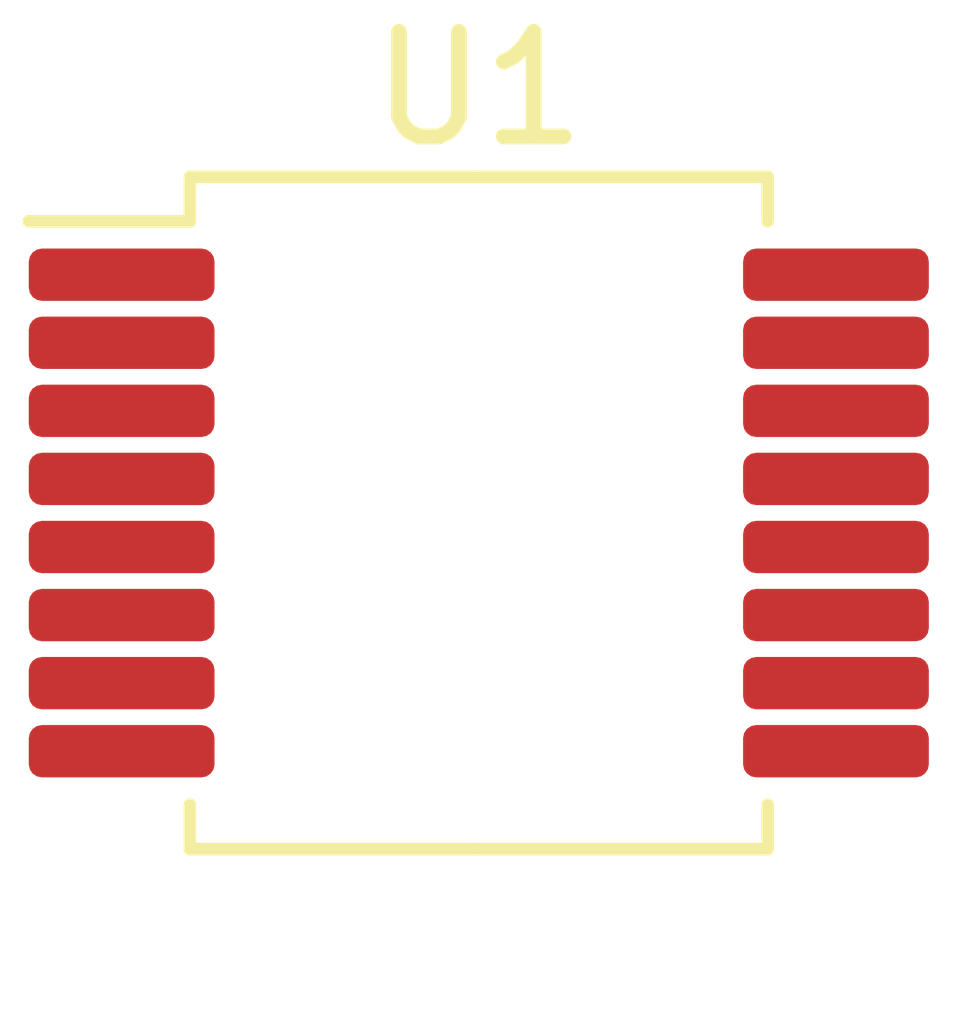
<source format=kicad_pcb>
(kicad_pcb (version 20221018) (generator pcbnew)
  (layers (0 "F.Cu" signal) (31 "B.Cu" signal) (34 "B.Paste" user) (35 "F.Paste" user) (36 "B.SilkS" user "B.Silkscreen") (37 "F.SilkS" user "F.Silkscreen") (38 "B.Mask" user) (39 "F.Mask" user) (44 "Edge.Cuts" user))
  (net 0 "")
  (footprint "Package_SO:SSOP-16_5.3x6.2mm_P0.65mm" (layer "F.Cu") (at 43.18 48.26)
    (fp_text reference "U1" (at 0 -4.05) (layer "F.SilkS"))
    (fp_text value "4052")
    (fp_line (start -2.76 -3.21) (end -2.76 -2.785) (stroke (width 0.12)) (layer "F.SilkS"))
    (fp_line (start -2.76 -2.785) (end -4.3 -2.785) (stroke (width 0.12)) (layer "F.SilkS"))
    (fp_line (start -2.76 3.21) (end -2.76 2.785) (stroke (width 0.12)) (layer "F.SilkS"))
    (fp_line (start 0 -3.21) (end -2.76 -3.21) (stroke (width 0.12)) (layer "F.SilkS"))
    (fp_line (start 0 -3.21) (end 2.76 -3.21) (stroke (width 0.12)) (layer "F.SilkS"))
    (fp_line (start 0 3.21) (end -2.76 3.21) (stroke (width 0.12)) (layer "F.SilkS"))
    (fp_line (start 0 3.21) (end 2.76 3.21) (stroke (width 0.12)) (layer "F.SilkS"))
    (fp_line (start 2.76 -3.21) (end 2.76 -2.785) (stroke (width 0.12)) (layer "F.SilkS"))
    (fp_line (start 2.76 3.21) (end 2.76 2.785) (stroke (width 0.12)) (layer "F.SilkS"))
    (pad "1" smd roundrect (at -3.4125 -2.275) (size 1.775 0.5) (layers "F.Cu" "F.Paste" "F.Mask"))
    (pad "2" smd roundrect (at -3.4125 -1.625) (size 1.775 0.5) (layers "F.Cu" "F.Paste" "F.Mask"))
    (pad "3" smd roundrect (at -3.4125 -0.975) (size 1.775 0.5) (layers "F.Cu" "F.Paste" "F.Mask"))
    (pad "4" smd roundrect (at -3.4125 -0.325) (size 1.775 0.5) (layers "F.Cu" "F.Paste" "F.Mask"))
    (pad "5" smd roundrect (at -3.4125 0.325) (size 1.775 0.5) (layers "F.Cu" "F.Paste" "F.Mask"))
    (pad "6" smd roundrect (at -3.4125 0.975) (size 1.775 0.5) (layers "F.Cu" "F.Paste" "F.Mask"))
    (pad "7" smd roundrect (at -3.4125 1.625) (size 1.775 0.5) (layers "F.Cu" "F.Paste" "F.Mask"))
    (pad "8" smd roundrect (at -3.4125 2.275) (size 1.775 0.5) (layers "F.Cu" "F.Paste" "F.Mask"))
    (pad "9" smd roundrect (at 3.4125 2.275) (size 1.775 0.5) (layers "F.Cu" "F.Paste" "F.Mask"))
    (pad "10" smd roundrect (at 3.4125 1.625) (size 1.775 0.5) (layers "F.Cu" "F.Paste" "F.Mask"))
    (pad "11" smd roundrect (at 3.4125 0.975) (size 1.775 0.5) (layers "F.Cu" "F.Paste" "F.Mask"))
    (pad "12" smd roundrect (at 3.4125 0.325) (size 1.775 0.5) (layers "F.Cu" "F.Paste" "F.Mask"))
    (pad "13" smd roundrect (at 3.4125 -0.325) (size 1.775 0.5) (layers "F.Cu" "F.Paste" "F.Mask"))
    (pad "14" smd roundrect (at 3.4125 -0.975) (size 1.775 0.5) (layers "F.Cu" "F.Paste" "F.Mask"))
    (pad "15" smd roundrect (at 3.4125 -1.625) (size 1.775 0.5) (layers "F.Cu" "F.Paste" "F.Mask"))
    (pad "16" smd roundrect (at 3.4125 -2.275) (size 1.775 0.5) (layers "F.Cu" "F.Paste" "F.Mask"))
  )
)
</source>
